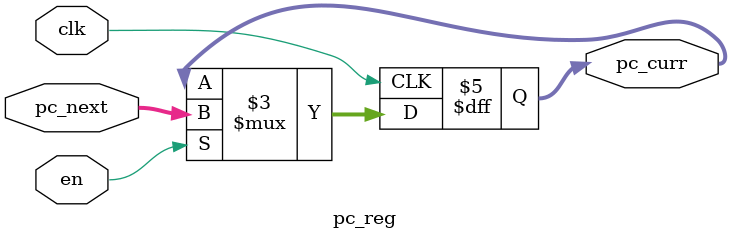
<source format=v>
/* PC Register 16 bits */

module pc_reg(pc_next, pc_curr, clk, en);
  input[15:0] pc_next; // the address of next instruction
  input clk/*clock*/, en/*enable*/;
  output reg[15:0] pc_curr; // the address of current instruction
  
  always @(posedge clk) begin
    if (en == 1)
      pc_curr <= pc_next;
  end
  
endmodule
</source>
